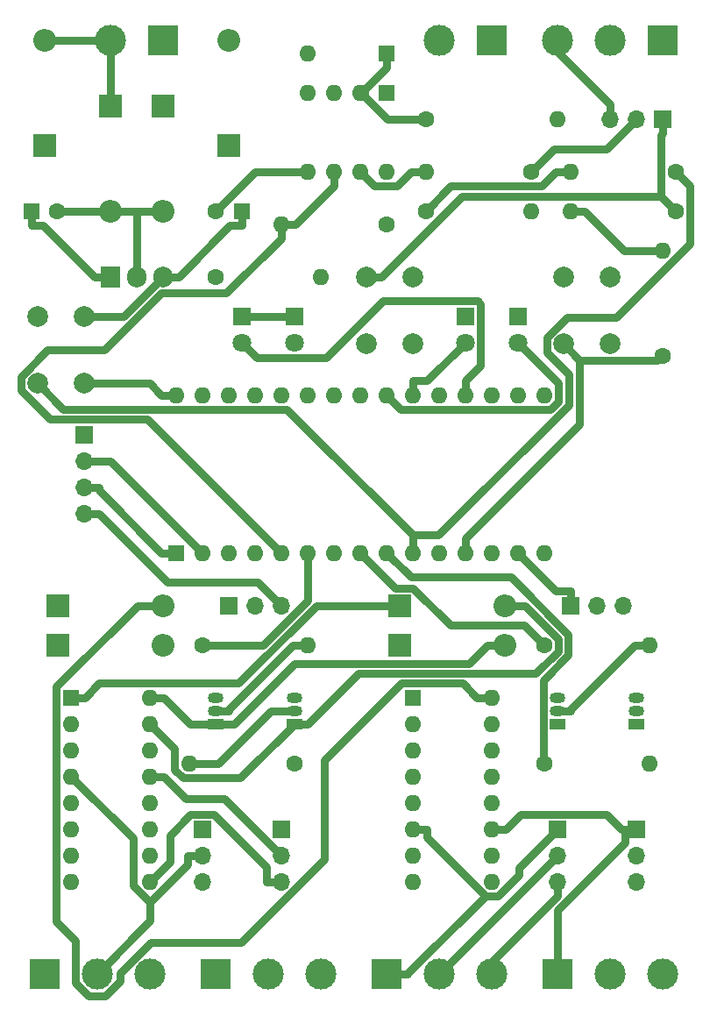
<source format=gbr>
%TF.GenerationSoftware,KiCad,Pcbnew,(6.0.6)*%
%TF.CreationDate,2023-08-03T10:39:42+02:00*%
%TF.ProjectId,SM01,534d3031-2e6b-4696-9361-645f70636258,1.2*%
%TF.SameCoordinates,Original*%
%TF.FileFunction,Copper,L2,Bot*%
%TF.FilePolarity,Positive*%
%FSLAX46Y46*%
G04 Gerber Fmt 4.6, Leading zero omitted, Abs format (unit mm)*
G04 Created by KiCad (PCBNEW (6.0.6)) date 2023-08-03 10:39:42*
%MOMM*%
%LPD*%
G01*
G04 APERTURE LIST*
%TA.AperFunction,ComponentPad*%
%ADD10R,1.600000X1.600000*%
%TD*%
%TA.AperFunction,ComponentPad*%
%ADD11O,1.600000X1.600000*%
%TD*%
%TA.AperFunction,ComponentPad*%
%ADD12C,1.600000*%
%TD*%
%TA.AperFunction,ComponentPad*%
%ADD13R,2.200000X2.200000*%
%TD*%
%TA.AperFunction,ComponentPad*%
%ADD14O,2.200000X2.200000*%
%TD*%
%TA.AperFunction,ComponentPad*%
%ADD15R,3.000000X3.000000*%
%TD*%
%TA.AperFunction,ComponentPad*%
%ADD16C,3.000000*%
%TD*%
%TA.AperFunction,ComponentPad*%
%ADD17R,1.500000X1.050000*%
%TD*%
%TA.AperFunction,ComponentPad*%
%ADD18O,1.500000X1.050000*%
%TD*%
%TA.AperFunction,ComponentPad*%
%ADD19C,2.000000*%
%TD*%
%TA.AperFunction,ComponentPad*%
%ADD20R,1.905000X2.000000*%
%TD*%
%TA.AperFunction,ComponentPad*%
%ADD21O,1.905000X2.000000*%
%TD*%
%TA.AperFunction,ComponentPad*%
%ADD22R,1.700000X1.700000*%
%TD*%
%TA.AperFunction,ComponentPad*%
%ADD23O,1.700000X1.700000*%
%TD*%
%TA.AperFunction,ComponentPad*%
%ADD24R,1.800000X1.800000*%
%TD*%
%TA.AperFunction,ComponentPad*%
%ADD25C,1.800000*%
%TD*%
%TA.AperFunction,Conductor*%
%ADD26C,0.750000*%
%TD*%
G04 APERTURE END LIST*
D10*
%TO.P,A1,1,D1/TX*%
%TO.N,Net-(A1-Pad1)*%
X30480000Y-71120000D03*
D11*
%TO.P,A1,2,D0/RX*%
%TO.N,Net-(A1-Pad2)*%
X33020000Y-71120000D03*
%TO.P,A1,3,~{RESET}*%
%TO.N,unconnected-(A1-Pad3)*%
X35560000Y-71120000D03*
%TO.P,A1,4,GND*%
%TO.N,unconnected-(A1-Pad4)*%
X38100000Y-71120000D03*
%TO.P,A1,5,D2*%
%TO.N,DCC*%
X40640000Y-71120000D03*
%TO.P,A1,6,D3*%
%TO.N,SET_A*%
X43180000Y-71120000D03*
%TO.P,A1,7,D4*%
%TO.N,RESET_A*%
X45720000Y-71120000D03*
%TO.P,A1,8,D5*%
%TO.N,SET_B*%
X48260000Y-71120000D03*
%TO.P,A1,9,D6*%
%TO.N,RESET_B*%
X50800000Y-71120000D03*
%TO.P,A1,10,D7*%
%TO.N,SW_MODE*%
X53340000Y-71120000D03*
%TO.P,A1,11,D8*%
%TO.N,SW_POS_A*%
X55880000Y-71120000D03*
%TO.P,A1,12,D9*%
%TO.N,SW_POS_B*%
X58420000Y-71120000D03*
%TO.P,A1,13,D10*%
%TO.N,Net-(A1-Pad13)*%
X60960000Y-71120000D03*
%TO.P,A1,14,D11*%
%TO.N,Net-(A1-Pad14)*%
X63500000Y-71120000D03*
%TO.P,A1,15,D12*%
%TO.N,unconnected-(A1-Pad15)*%
X66040000Y-71120000D03*
%TO.P,A1,16,D13*%
%TO.N,unconnected-(A1-Pad16)*%
X66040000Y-55880000D03*
%TO.P,A1,17,3V3*%
%TO.N,unconnected-(A1-Pad17)*%
X63500000Y-55880000D03*
%TO.P,A1,18,AREF*%
%TO.N,unconnected-(A1-Pad18)*%
X60960000Y-55880000D03*
%TO.P,A1,19,A0*%
%TO.N,Net-(A1-Pad19)*%
X58420000Y-55880000D03*
%TO.P,A1,20,A1*%
%TO.N,Net-(A1-Pad20)*%
X55880000Y-55880000D03*
%TO.P,A1,21,A2*%
%TO.N,Net-(A1-Pad21)*%
X53340000Y-55880000D03*
%TO.P,A1,22,A3*%
%TO.N,Net-(A1-Pad22)*%
X50800000Y-55880000D03*
%TO.P,A1,23,A4*%
%TO.N,unconnected-(A1-Pad23)*%
X48260000Y-55880000D03*
%TO.P,A1,24,A5*%
%TO.N,unconnected-(A1-Pad24)*%
X45720000Y-55880000D03*
%TO.P,A1,25,A6*%
%TO.N,unconnected-(A1-Pad25)*%
X43180000Y-55880000D03*
%TO.P,A1,26,A7*%
%TO.N,unconnected-(A1-Pad26)*%
X40640000Y-55880000D03*
%TO.P,A1,27,+5V*%
%TO.N,unconnected-(A1-Pad27)*%
X38100000Y-55880000D03*
%TO.P,A1,28,~{RESET}*%
%TO.N,unconnected-(A1-Pad28)*%
X35560000Y-55880000D03*
%TO.P,A1,29,GND*%
%TO.N,GND*%
X33020000Y-55880000D03*
%TO.P,A1,30,VIN*%
%TO.N,+5V*%
X30480000Y-55880000D03*
%TD*%
D10*
%TO.P,C1,1*%
%TO.N,VCC*%
X16510000Y-38100000D03*
D12*
%TO.P,C1,2*%
%TO.N,GND*%
X19010000Y-38100000D03*
%TD*%
D10*
%TO.P,C2,1*%
%TO.N,+5V*%
X36830000Y-38100000D03*
D12*
%TO.P,C2,2*%
%TO.N,GND*%
X34330000Y-38100000D03*
%TD*%
D13*
%TO.P,D1,1,K*%
%TO.N,VCC*%
X35560000Y-31750000D03*
D14*
%TO.P,D1,2,A*%
%TO.N,Net-(D1-Pad2)*%
X35560000Y-21590000D03*
%TD*%
D13*
%TO.P,D2,1,K*%
%TO.N,Net-(D1-Pad2)*%
X29210000Y-27940000D03*
D14*
%TO.P,D2,2,A*%
%TO.N,GND*%
X29210000Y-38100000D03*
%TD*%
D13*
%TO.P,D3,1,K*%
%TO.N,VCC*%
X17780000Y-31750000D03*
D14*
%TO.P,D3,2,A*%
%TO.N,Net-(D3-Pad2)*%
X17780000Y-21590000D03*
%TD*%
D13*
%TO.P,D4,1,K*%
%TO.N,Net-(D3-Pad2)*%
X24130000Y-27940000D03*
D14*
%TO.P,D4,2,A*%
%TO.N,GND*%
X24130000Y-38100000D03*
%TD*%
D13*
%TO.P,D10,1,K*%
%TO.N,VCC*%
X52070000Y-80010000D03*
D14*
%TO.P,D10,2,A*%
%TO.N,Net-(D10-Pad2)*%
X62230000Y-80010000D03*
%TD*%
D13*
%TO.P,D11,1,K*%
%TO.N,VCC*%
X52070000Y-76200000D03*
D14*
%TO.P,D11,2,A*%
%TO.N,Net-(D11-Pad2)*%
X62230000Y-76200000D03*
%TD*%
D15*
%TO.P,J1,1,Pin_1*%
%TO.N,Net-(J1-Pad1)*%
X60960000Y-21590000D03*
D16*
%TO.P,J1,2,Pin_2*%
%TO.N,Net-(D5-Pad2)*%
X55880000Y-21590000D03*
%TD*%
D15*
%TO.P,J2,1,Pin_1*%
%TO.N,Net-(D1-Pad2)*%
X29210000Y-21590000D03*
D16*
%TO.P,J2,2,Pin_2*%
%TO.N,Net-(D3-Pad2)*%
X24130000Y-21590000D03*
%TD*%
D15*
%TO.P,J3,1,Pin_1*%
%TO.N,SW_POS_A*%
X77470000Y-21590000D03*
D16*
%TO.P,J3,2,Pin_2*%
%TO.N,+5V*%
X72390000Y-21590000D03*
%TO.P,J3,3,Pin_3*%
%TO.N,SW_POS_B*%
X67310000Y-21590000D03*
%TD*%
D15*
%TO.P,J8,1,Pin_1*%
%TO.N,Net-(J12-Pad1)*%
X17780000Y-111760000D03*
D16*
%TO.P,J8,2,Pin_2*%
%TO.N,Net-(J12-Pad2)*%
X22860000Y-111760000D03*
%TO.P,J8,3,Pin_3*%
%TO.N,Net-(J12-Pad3)*%
X27940000Y-111760000D03*
%TD*%
D15*
%TO.P,J9,1,Pin_1*%
%TO.N,Net-(J13-Pad1)*%
X34290000Y-111760000D03*
D16*
%TO.P,J9,2,Pin_2*%
%TO.N,Net-(J13-Pad2)*%
X39370000Y-111760000D03*
%TO.P,J9,3,Pin_3*%
%TO.N,Net-(J13-Pad3)*%
X44450000Y-111760000D03*
%TD*%
D15*
%TO.P,J10,1,Pin_1*%
%TO.N,Net-(J10-Pad1)*%
X50800000Y-111760000D03*
D16*
%TO.P,J10,2,Pin_2*%
%TO.N,Net-(J10-Pad2)*%
X55880000Y-111760000D03*
%TO.P,J10,3,Pin_3*%
%TO.N,Net-(J10-Pad3)*%
X60960000Y-111760000D03*
%TD*%
D15*
%TO.P,J11,1,Pin_1*%
%TO.N,Net-(J11-Pad1)*%
X67310000Y-111760000D03*
D16*
%TO.P,J11,2,Pin_2*%
%TO.N,Net-(J11-Pad2)*%
X72390000Y-111760000D03*
%TO.P,J11,3,Pin_3*%
%TO.N,Net-(J11-Pad3)*%
X77470000Y-111760000D03*
%TD*%
D10*
%TO.P,K1,1*%
%TO.N,VCC*%
X20320000Y-85090000D03*
D11*
%TO.P,K1,2*%
X20320000Y-87630000D03*
%TO.P,K1,3*%
%TO.N,N/C*%
X20320000Y-90170000D03*
%TO.P,K1,4*%
%TO.N,Net-(J12-Pad2)*%
X20320000Y-92710000D03*
%TO.P,K1,5*%
%TO.N,N/C*%
X20320000Y-95250000D03*
%TO.P,K1,6*%
%TO.N,Net-(J12-Pad1)*%
X20320000Y-97790000D03*
%TO.P,K1,7*%
%TO.N,N/C*%
X20320000Y-100330000D03*
%TO.P,K1,8*%
%TO.N,Net-(J12-Pad3)*%
X20320000Y-102870000D03*
%TO.P,K1,9*%
%TO.N,Net-(J13-Pad3)*%
X27940000Y-102870000D03*
%TO.P,K1,10*%
%TO.N,N/C*%
X27940000Y-100330000D03*
%TO.P,K1,11*%
%TO.N,Net-(J13-Pad1)*%
X27940000Y-97790000D03*
%TO.P,K1,12*%
%TO.N,N/C*%
X27940000Y-95250000D03*
%TO.P,K1,13*%
%TO.N,Net-(J13-Pad2)*%
X27940000Y-92710000D03*
%TO.P,K1,14*%
%TO.N,N/C*%
X27940000Y-90170000D03*
%TO.P,K1,15*%
%TO.N,Net-(D11-Pad2)*%
X27940000Y-87630000D03*
%TO.P,K1,16*%
%TO.N,Net-(D10-Pad2)*%
X27940000Y-85090000D03*
%TD*%
D10*
%TO.P,K2,1*%
%TO.N,VCC*%
X53340000Y-85090000D03*
D11*
%TO.P,K2,2*%
X53340000Y-87630000D03*
%TO.P,K2,3*%
%TO.N,N/C*%
X53340000Y-90170000D03*
%TO.P,K2,4*%
%TO.N,Net-(J10-Pad2)*%
X53340000Y-92710000D03*
%TO.P,K2,5*%
%TO.N,N/C*%
X53340000Y-95250000D03*
%TO.P,K2,6*%
%TO.N,Net-(J10-Pad1)*%
X53340000Y-97790000D03*
%TO.P,K2,7*%
%TO.N,N/C*%
X53340000Y-100330000D03*
%TO.P,K2,8*%
%TO.N,Net-(J10-Pad3)*%
X53340000Y-102870000D03*
%TO.P,K2,9*%
%TO.N,Net-(J11-Pad3)*%
X60960000Y-102870000D03*
%TO.P,K2,10*%
%TO.N,N/C*%
X60960000Y-100330000D03*
%TO.P,K2,11*%
%TO.N,Net-(J11-Pad1)*%
X60960000Y-97790000D03*
%TO.P,K2,12*%
%TO.N,N/C*%
X60960000Y-95250000D03*
%TO.P,K2,13*%
%TO.N,Net-(J11-Pad2)*%
X60960000Y-92710000D03*
%TO.P,K2,14*%
%TO.N,N/C*%
X60960000Y-90170000D03*
%TO.P,K2,15*%
%TO.N,Net-(D13-Pad2)*%
X60960000Y-87630000D03*
%TO.P,K2,16*%
%TO.N,Net-(D12-Pad2)*%
X60960000Y-85090000D03*
%TD*%
D17*
%TO.P,Q4,1,C*%
%TO.N,Net-(D13-Pad2)*%
X74930000Y-87630000D03*
D18*
%TO.P,Q4,2,B*%
%TO.N,Net-(Q4-Pad2)*%
X74930000Y-86360000D03*
%TO.P,Q4,3,E*%
%TO.N,GND*%
X74930000Y-85090000D03*
%TD*%
D12*
%TO.P,R1,1*%
%TO.N,Net-(D5-Pad1)*%
X54610000Y-29210000D03*
D11*
%TO.P,R1,2*%
%TO.N,Net-(J1-Pad1)*%
X67310000Y-29210000D03*
%TD*%
D12*
%TO.P,R2,1*%
%TO.N,SW_MODE*%
X78740000Y-34290000D03*
D11*
%TO.P,R2,2*%
%TO.N,GND*%
X68580000Y-34290000D03*
%TD*%
D12*
%TO.P,R3,1*%
%TO.N,SW_POS_A*%
X78740000Y-38100000D03*
D11*
%TO.P,R3,2*%
%TO.N,GND*%
X68580000Y-38100000D03*
%TD*%
D12*
%TO.P,R4,1*%
%TO.N,SW_POS_B*%
X77470000Y-52070000D03*
D11*
%TO.P,R4,2*%
%TO.N,GND*%
X77470000Y-41910000D03*
%TD*%
D12*
%TO.P,R5,1*%
%TO.N,+5V*%
X64770000Y-34290000D03*
D11*
%TO.P,R5,2*%
%TO.N,Net-(R5-Pad2)*%
X54610000Y-34290000D03*
%TD*%
D12*
%TO.P,R6,1*%
%TO.N,+5V*%
X50800000Y-39370000D03*
D11*
%TO.P,R6,2*%
%TO.N,DCC*%
X40640000Y-39370000D03*
%TD*%
D12*
%TO.P,R7,1*%
%TO.N,GND*%
X34290000Y-44450000D03*
D11*
%TO.P,R7,2*%
%TO.N,Net-(D6-Pad1)*%
X44450000Y-44450000D03*
%TD*%
D12*
%TO.P,R8,1*%
%TO.N,GND*%
X54610000Y-38100000D03*
D11*
%TO.P,R8,2*%
%TO.N,Net-(D8-Pad1)*%
X64770000Y-38100000D03*
%TD*%
D12*
%TO.P,R9,1*%
%TO.N,SET_A*%
X33020000Y-80010000D03*
D11*
%TO.P,R9,2*%
%TO.N,Net-(Q1-Pad2)*%
X43180000Y-80010000D03*
%TD*%
D12*
%TO.P,R10,1*%
%TO.N,RESET_A*%
X41910000Y-91440000D03*
D11*
%TO.P,R10,2*%
%TO.N,Net-(Q2-Pad2)*%
X31750000Y-91440000D03*
%TD*%
D12*
%TO.P,R12,1*%
%TO.N,RESET_B*%
X66040000Y-91440000D03*
D11*
%TO.P,R12,2*%
%TO.N,Net-(Q4-Pad2)*%
X76200000Y-91440000D03*
%TD*%
D19*
%TO.P,SW1,1,1*%
%TO.N,+5V*%
X21590000Y-48260000D03*
X21590000Y-54760000D03*
%TO.P,SW1,2,2*%
%TO.N,SW_MODE*%
X17090000Y-54760000D03*
X17090000Y-48260000D03*
%TD*%
%TO.P,SW2,1,1*%
%TO.N,+5V*%
X53340000Y-50950000D03*
X53340000Y-44450000D03*
%TO.P,SW2,2,2*%
%TO.N,SW_POS_A*%
X48840000Y-44450000D03*
X48840000Y-50950000D03*
%TD*%
%TO.P,SW3,1,1*%
%TO.N,+5V*%
X72390000Y-50950000D03*
X72390000Y-44450000D03*
%TO.P,SW3,2,2*%
%TO.N,SW_POS_B*%
X67890000Y-44450000D03*
X67890000Y-50950000D03*
%TD*%
D10*
%TO.P,U1,1,NC*%
%TO.N,unconnected-(U1-Pad1)*%
X50800000Y-26670000D03*
D11*
%TO.P,U1,2,A*%
%TO.N,Net-(D5-Pad1)*%
X48260000Y-26670000D03*
%TO.P,U1,3,C*%
%TO.N,Net-(D5-Pad2)*%
X45720000Y-26670000D03*
%TO.P,U1,4*%
%TO.N,N/C*%
X43180000Y-26670000D03*
%TO.P,U1,5,GND*%
%TO.N,GND*%
X43180000Y-34290000D03*
%TO.P,U1,6,VO*%
%TO.N,DCC*%
X45720000Y-34290000D03*
%TO.P,U1,7,EN*%
%TO.N,Net-(R5-Pad2)*%
X48260000Y-34290000D03*
%TO.P,U1,8,VCC*%
%TO.N,+5V*%
X50800000Y-34290000D03*
%TD*%
D20*
%TO.P,U2,1,VI*%
%TO.N,VCC*%
X24130000Y-44450000D03*
D21*
%TO.P,U2,2,GND*%
%TO.N,GND*%
X26670000Y-44450000D03*
%TO.P,U2,3,VO*%
%TO.N,+5V*%
X29210000Y-44450000D03*
%TD*%
D22*
%TO.P,J5,1,Pin_1*%
%TO.N,VCC*%
X21590000Y-59690000D03*
D23*
%TO.P,J5,2,Pin_2*%
%TO.N,Net-(A1-Pad2)*%
X21590000Y-62230000D03*
%TO.P,J5,3,Pin_3*%
%TO.N,Net-(A1-Pad1)*%
X21590000Y-64770000D03*
%TO.P,J5,4,Pin_4*%
%TO.N,GND*%
X21590000Y-67310000D03*
%TD*%
D18*
%TO.P,Q1,3,E*%
%TO.N,GND*%
X34290000Y-85090000D03*
%TO.P,Q1,2,B*%
%TO.N,Net-(Q1-Pad2)*%
X34290000Y-86360000D03*
D17*
%TO.P,Q1,1,C*%
%TO.N,Net-(D10-Pad2)*%
X34290000Y-87630000D03*
%TD*%
%TO.P,Q3,1,C*%
%TO.N,Net-(D12-Pad2)*%
X67310000Y-87630000D03*
D18*
%TO.P,Q3,2,B*%
%TO.N,Net-(Q3-Pad2)*%
X67310000Y-86360000D03*
%TO.P,Q3,3,E*%
%TO.N,GND*%
X67310000Y-85090000D03*
%TD*%
D17*
%TO.P,Q2,1,C*%
%TO.N,Net-(D11-Pad2)*%
X41910000Y-87630000D03*
D18*
%TO.P,Q2,2,B*%
%TO.N,Net-(Q2-Pad2)*%
X41910000Y-86360000D03*
%TO.P,Q2,3,E*%
%TO.N,GND*%
X41910000Y-85090000D03*
%TD*%
D10*
%TO.P,D5,1,K*%
%TO.N,Net-(D5-Pad1)*%
X50800000Y-22860000D03*
D11*
%TO.P,D5,2,A*%
%TO.N,Net-(D5-Pad2)*%
X43180000Y-22860000D03*
%TD*%
D23*
%TO.P,J6,3,Pin_3*%
%TO.N,GND*%
X40640000Y-76200000D03*
%TO.P,J6,2,Pin_2*%
%TO.N,+5V*%
X38100000Y-76200000D03*
D22*
%TO.P,J6,1,Pin_1*%
%TO.N,Net-(A1-Pad13)*%
X35560000Y-76200000D03*
%TD*%
%TO.P,J7,1,Pin_1*%
%TO.N,Net-(A1-Pad14)*%
X68580000Y-76200000D03*
D23*
%TO.P,J7,2,Pin_2*%
%TO.N,+5V*%
X71120000Y-76200000D03*
%TO.P,J7,3,Pin_3*%
%TO.N,GND*%
X73660000Y-76200000D03*
%TD*%
D12*
%TO.P,R11,1*%
%TO.N,SET_B*%
X66040000Y-80010000D03*
D11*
%TO.P,R11,2*%
%TO.N,Net-(Q3-Pad2)*%
X76200000Y-80010000D03*
%TD*%
D22*
%TO.P,J4,1,Pin_1*%
%TO.N,SW_POS_A*%
X77470000Y-29210000D03*
D23*
%TO.P,J4,2,Pin_2*%
%TO.N,+5V*%
X74930000Y-29210000D03*
%TO.P,J4,3,Pin_3*%
%TO.N,SW_POS_B*%
X72390000Y-29210000D03*
%TD*%
D22*
%TO.P,J12,1,Pin_1*%
%TO.N,Net-(J12-Pad1)*%
X33020000Y-97790000D03*
D23*
%TO.P,J12,2,Pin_2*%
%TO.N,Net-(J12-Pad2)*%
X33020000Y-100330000D03*
%TO.P,J12,3,Pin_3*%
%TO.N,Net-(J12-Pad3)*%
X33020000Y-102870000D03*
%TD*%
D22*
%TO.P,J13,1,Pin_1*%
%TO.N,Net-(J13-Pad1)*%
X40640000Y-97790000D03*
D23*
%TO.P,J13,2,Pin_2*%
%TO.N,Net-(J13-Pad2)*%
X40640000Y-100330000D03*
%TO.P,J13,3,Pin_3*%
%TO.N,Net-(J13-Pad3)*%
X40640000Y-102870000D03*
%TD*%
D22*
%TO.P,J14,1,Pin_1*%
%TO.N,Net-(J10-Pad1)*%
X67310000Y-97790000D03*
D23*
%TO.P,J14,2,Pin_2*%
%TO.N,Net-(J10-Pad2)*%
X67310000Y-100330000D03*
%TO.P,J14,3,Pin_3*%
%TO.N,Net-(J10-Pad3)*%
X67310000Y-102870000D03*
%TD*%
D22*
%TO.P,J15,1,Pin_1*%
%TO.N,Net-(J11-Pad1)*%
X74930000Y-97790000D03*
D23*
%TO.P,J15,2,Pin_2*%
%TO.N,Net-(J11-Pad2)*%
X74930000Y-100330000D03*
%TO.P,J15,3,Pin_3*%
%TO.N,Net-(J11-Pad3)*%
X74930000Y-102870000D03*
%TD*%
D24*
%TO.P,D6,1,K*%
%TO.N,Net-(D6-Pad1)*%
X36830000Y-48260000D03*
D25*
%TO.P,D6,2,A*%
%TO.N,Net-(A1-Pad19)*%
X36830000Y-50800000D03*
%TD*%
D24*
%TO.P,D7,1,K*%
%TO.N,Net-(D6-Pad1)*%
X41910000Y-48260000D03*
D25*
%TO.P,D7,2,A*%
%TO.N,Net-(A1-Pad20)*%
X41910000Y-50800000D03*
%TD*%
D24*
%TO.P,D8,1,K*%
%TO.N,Net-(D8-Pad1)*%
X58420000Y-48260000D03*
D25*
%TO.P,D8,2,A*%
%TO.N,Net-(A1-Pad21)*%
X58420000Y-50800000D03*
%TD*%
D24*
%TO.P,D9,1,K*%
%TO.N,Net-(D8-Pad1)*%
X63500000Y-48260000D03*
D25*
%TO.P,D9,2,A*%
%TO.N,Net-(A1-Pad22)*%
X63500000Y-50800000D03*
%TD*%
D13*
%TO.P,D12,1,K*%
%TO.N,VCC*%
X19050000Y-76200000D03*
D14*
%TO.P,D12,2,A*%
%TO.N,Net-(D12-Pad2)*%
X29210000Y-76200000D03*
%TD*%
D13*
%TO.P,D13,1,K*%
%TO.N,VCC*%
X19050000Y-80010000D03*
D14*
%TO.P,D13,2,A*%
%TO.N,Net-(D13-Pad2)*%
X29210000Y-80010000D03*
%TD*%
D26*
%TO.N,Net-(A1-Pad1)*%
X23015300Y-64770000D02*
X23015300Y-65030600D01*
X21590000Y-64770000D02*
X23015300Y-64770000D01*
X30480000Y-71120000D02*
X29104700Y-71120000D01*
X23015300Y-65030600D02*
X29104700Y-71120000D01*
%TO.N,Net-(A1-Pad2)*%
X24130000Y-62230000D02*
X33020000Y-71120000D01*
X21590000Y-62230000D02*
X24130000Y-62230000D01*
%TO.N,Net-(A1-Pad19)*%
X38310400Y-52280400D02*
X45022500Y-52280400D01*
X59919900Y-53004800D02*
X58420000Y-54504700D01*
X58420000Y-55880000D02*
X58420000Y-54504700D01*
X36830000Y-50800000D02*
X38310400Y-52280400D01*
X45022500Y-52280400D02*
X50518300Y-46784600D01*
X59619200Y-46784600D02*
X59919900Y-47085300D01*
X50518300Y-46784600D02*
X59619200Y-46784600D01*
X59919900Y-47085300D02*
X59919900Y-53004800D01*
%TO.N,DCC*%
X45720000Y-35665300D02*
X42015300Y-39370000D01*
X40640000Y-40745300D02*
X35359900Y-46025400D01*
X40640000Y-39370000D02*
X40640000Y-40745300D01*
X40640000Y-39370000D02*
X42015300Y-39370000D01*
X18308000Y-58223100D02*
X27743100Y-58223100D01*
X15499100Y-55414200D02*
X18308000Y-58223100D01*
X23589600Y-51510000D02*
X18101700Y-51510000D01*
X18101700Y-51510000D02*
X15499100Y-54112600D01*
X45720000Y-34290000D02*
X45720000Y-35665300D01*
X35359900Y-46025400D02*
X29074200Y-46025400D01*
X29074200Y-46025400D02*
X23589600Y-51510000D01*
X27743100Y-58223100D02*
X40640000Y-71120000D01*
X15499100Y-54112600D02*
X15499100Y-55414200D01*
%TO.N,Net-(A1-Pad21)*%
X58420000Y-50800000D02*
X54715300Y-54504700D01*
X54715300Y-54504700D02*
X53340000Y-54504700D01*
X53340000Y-55880000D02*
X53340000Y-54504700D01*
%TO.N,SET_A*%
X33020000Y-80010000D02*
X38861200Y-80010000D01*
X43180000Y-75691200D02*
X43180000Y-71120000D01*
X38861200Y-80010000D02*
X43180000Y-75691200D01*
%TO.N,Net-(A1-Pad22)*%
X67429400Y-54729400D02*
X67429400Y-56478800D01*
X52192700Y-57272700D02*
X50800000Y-55880000D01*
X67429400Y-56478800D02*
X66635500Y-57272700D01*
X63500000Y-50800000D02*
X67429400Y-54729400D01*
X66635500Y-57272700D02*
X52192700Y-57272700D01*
%TO.N,SET_B*%
X51664600Y-74524600D02*
X48260000Y-71120000D01*
X64146000Y-78116000D02*
X56999600Y-78116000D01*
X66040000Y-80010000D02*
X64146000Y-78116000D01*
X53408200Y-74524600D02*
X51664600Y-74524600D01*
X56999600Y-78116000D02*
X53408200Y-74524600D01*
%TO.N,SW_MODE*%
X53340000Y-69400400D02*
X55851700Y-69400400D01*
X66308900Y-50283300D02*
X68245300Y-48346900D01*
X53340000Y-69400400D02*
X53340000Y-69744700D01*
X53340000Y-71120000D02*
X53340000Y-69744700D01*
X41212400Y-57272800D02*
X19602800Y-57272800D01*
X19602800Y-57272800D02*
X17090000Y-54760000D01*
X68245300Y-48346900D02*
X73030800Y-48346900D01*
X55851700Y-69400400D02*
X68432900Y-56819200D01*
X80115800Y-35665800D02*
X78740000Y-34290000D01*
X80115800Y-41261900D02*
X80115800Y-35665800D01*
X68432900Y-56819200D02*
X68432900Y-53917900D01*
X66308900Y-51793900D02*
X66308900Y-50283300D01*
X73030800Y-48346900D02*
X80115800Y-41261900D01*
X68432900Y-53917900D02*
X66308900Y-51793900D01*
X53340000Y-69400400D02*
X41212400Y-57272800D01*
%TO.N,RESET_B*%
X65956500Y-83405000D02*
X68372100Y-80989400D01*
X68372100Y-79011300D02*
X62841300Y-73480500D01*
X53160500Y-73480500D02*
X50800000Y-71120000D01*
X66040000Y-91440000D02*
X65956500Y-91356500D01*
X65956500Y-91356500D02*
X65956500Y-83405000D01*
X62841300Y-73480500D02*
X53160500Y-73480500D01*
X68372100Y-80989400D02*
X68372100Y-79011300D01*
%TO.N,SW_POS_A*%
X77324000Y-30781300D02*
X77470000Y-30635300D01*
X50358000Y-44450000D02*
X48840000Y-44450000D01*
X58124000Y-36684000D02*
X50358000Y-44450000D01*
X77324000Y-36684000D02*
X77324000Y-30781300D01*
X78740000Y-38100000D02*
X77324000Y-36684000D01*
X77324000Y-36684000D02*
X58124000Y-36684000D01*
X77470000Y-29210000D02*
X77470000Y-30635300D01*
%TO.N,SW_POS_B*%
X77011400Y-52528600D02*
X77470000Y-52070000D01*
X72390000Y-27784700D02*
X67310000Y-22704700D01*
X58420000Y-71120000D02*
X58420000Y-69744700D01*
X69468600Y-58696100D02*
X58420000Y-69744700D01*
X69468600Y-52528600D02*
X77011400Y-52528600D01*
X67890000Y-50950000D02*
X69468600Y-52528600D01*
X67310000Y-22704700D02*
X67310000Y-21590000D01*
X72390000Y-29210000D02*
X72390000Y-27784700D01*
X69468600Y-52528600D02*
X69468600Y-58696100D01*
%TO.N,GND*%
X38140000Y-34290000D02*
X43180000Y-34290000D01*
X65801600Y-35693100D02*
X57016900Y-35693100D01*
X73765300Y-41910000D02*
X69955300Y-38100000D01*
X24130000Y-38100000D02*
X19010000Y-38100000D01*
X67204700Y-34290000D02*
X65801600Y-35693100D01*
X29210000Y-38100000D02*
X26670000Y-38100000D01*
X68580000Y-38100000D02*
X69955300Y-38100000D01*
X23015300Y-67310000D02*
X29652000Y-73946700D01*
X26670000Y-38100000D02*
X24130000Y-38100000D01*
X21590000Y-67310000D02*
X23015300Y-67310000D01*
X77470000Y-41910000D02*
X73765300Y-41910000D01*
X38386700Y-73946700D02*
X40640000Y-76200000D01*
X34330000Y-38100000D02*
X38140000Y-34290000D01*
X57016900Y-35693100D02*
X54610000Y-38100000D01*
X26670000Y-38100000D02*
X26670000Y-44450000D01*
X68580000Y-34290000D02*
X67204700Y-34290000D01*
X29652000Y-73946700D02*
X38386700Y-73946700D01*
%TO.N,Net-(A1-Pad14)*%
X68580000Y-76200000D02*
X68580000Y-74774700D01*
X68580000Y-74774700D02*
X67154700Y-74774700D01*
X67154700Y-74774700D02*
X63500000Y-71120000D01*
%TO.N,+5V*%
X27984700Y-54760000D02*
X29104700Y-55880000D01*
X25400000Y-48260000D02*
X29210000Y-44450000D01*
X74930000Y-29210000D02*
X72053900Y-32086100D01*
X36830000Y-38100000D02*
X36830000Y-39475300D01*
X30480000Y-55880000D02*
X29104700Y-55880000D01*
X21590000Y-48260000D02*
X25400000Y-48260000D01*
X21590000Y-54760000D02*
X27984700Y-54760000D01*
X66973900Y-32086100D02*
X64770000Y-34290000D01*
X29210000Y-44450000D02*
X30737800Y-44450000D01*
X72053900Y-32086100D02*
X66973900Y-32086100D01*
X30737800Y-44450000D02*
X35712500Y-39475300D01*
X35712500Y-39475300D02*
X36830000Y-39475300D01*
%TO.N,VCC*%
X20320000Y-85090000D02*
X21695300Y-85090000D01*
X16510000Y-38100000D02*
X16510000Y-39475300D01*
X22602200Y-44450000D02*
X17627500Y-39475300D01*
X23070600Y-83714700D02*
X36515900Y-83714700D01*
X44030600Y-76200000D02*
X52070000Y-76200000D01*
X24130000Y-44450000D02*
X22602200Y-44450000D01*
X17627500Y-39475300D02*
X16510000Y-39475300D01*
X36515900Y-83714700D02*
X44030600Y-76200000D01*
X21695300Y-85090000D02*
X23070600Y-83714700D01*
%TO.N,Net-(D3-Pad2)*%
X24130000Y-27940000D02*
X24130000Y-26264700D01*
X24130000Y-21590000D02*
X24130000Y-26264700D01*
X24130000Y-21590000D02*
X17780000Y-21590000D01*
%TO.N,Net-(D5-Pad1)*%
X48710100Y-26325200D02*
X48710100Y-26670000D01*
X48710100Y-27047600D02*
X50872500Y-29210000D01*
X50800000Y-24235300D02*
X48710100Y-26325200D01*
X48710100Y-26670000D02*
X48710100Y-27047600D01*
X48710100Y-26670000D02*
X48260000Y-26670000D01*
X50800000Y-22860000D02*
X50800000Y-24235300D01*
X50872500Y-29210000D02*
X54610000Y-29210000D01*
%TO.N,Net-(D10-Pad2)*%
X31855300Y-87630000D02*
X34290000Y-87630000D01*
X34290000Y-87630000D02*
X36083500Y-87630000D01*
X36083500Y-87630000D02*
X41905700Y-81807800D01*
X58756900Y-81807800D02*
X60554700Y-80010000D01*
X41905700Y-81807800D02*
X58756900Y-81807800D01*
X27940000Y-85090000D02*
X29315300Y-85090000D01*
X62230000Y-80010000D02*
X60554700Y-80010000D01*
X29315300Y-85090000D02*
X31855300Y-87630000D01*
%TO.N,Net-(D11-Pad2)*%
X30371300Y-92059000D02*
X30371300Y-90061300D01*
X41910000Y-87630000D02*
X41910000Y-87630100D01*
X65256200Y-82761400D02*
X67421800Y-80595800D01*
X67421800Y-80595800D02*
X67421800Y-79445000D01*
X48103900Y-82761400D02*
X65256200Y-82761400D01*
X30371300Y-90061300D02*
X27940000Y-87630000D01*
X64176800Y-76200000D02*
X62230000Y-76200000D01*
X41910000Y-87630100D02*
X36674800Y-92865300D01*
X31177600Y-92865300D02*
X30371300Y-92059000D01*
X41910000Y-87630000D02*
X43235300Y-87630000D01*
X67421800Y-79445000D02*
X64176800Y-76200000D01*
X36674800Y-92865300D02*
X31177600Y-92865300D01*
X43235300Y-87630000D02*
X48103900Y-82761400D01*
%TO.N,Net-(J10-Pad3)*%
X67310000Y-104295300D02*
X60960000Y-110645300D01*
X67310000Y-102870000D02*
X67310000Y-104295300D01*
X60960000Y-110645300D02*
X60960000Y-111760000D01*
%TO.N,Net-(J10-Pad2)*%
X67310000Y-100330000D02*
X55880000Y-111760000D01*
%TO.N,Net-(J10-Pad1)*%
X52875300Y-111749600D02*
X52875300Y-111760000D01*
X50800000Y-111760000D02*
X52875300Y-111760000D01*
X60379500Y-104245400D02*
X54715300Y-98581200D01*
X54715300Y-98581200D02*
X54715300Y-97790000D01*
X61602000Y-104245400D02*
X60379500Y-104245400D01*
X60379500Y-104245400D02*
X52875300Y-111749600D01*
X53340000Y-97790000D02*
X54715300Y-97790000D01*
X67310000Y-97790000D02*
X63590400Y-101509600D01*
X63590400Y-101509600D02*
X63590400Y-102257000D01*
X63590400Y-102257000D02*
X61602000Y-104245400D01*
%TO.N,Net-(Q1-Pad2)*%
X43180000Y-80010000D02*
X41804700Y-80010000D01*
X35615300Y-86199400D02*
X35615300Y-86360000D01*
X34290000Y-86360000D02*
X35615300Y-86360000D01*
X41804700Y-80010000D02*
X35615300Y-86199400D01*
%TO.N,Net-(Q2-Pad2)*%
X34533400Y-91440000D02*
X39613400Y-86360000D01*
X39613400Y-86360000D02*
X41910000Y-86360000D01*
X31750000Y-91440000D02*
X34533400Y-91440000D01*
%TO.N,Net-(Q3-Pad2)*%
X76200000Y-80010000D02*
X74824700Y-80010000D01*
X68635300Y-86199400D02*
X68635300Y-86360000D01*
X67310000Y-86360000D02*
X68635300Y-86360000D01*
X74824700Y-80010000D02*
X68635300Y-86199400D01*
%TO.N,Net-(R5-Pad2)*%
X49650800Y-35680800D02*
X51843900Y-35680800D01*
X51843900Y-35680800D02*
X53234700Y-34290000D01*
X54610000Y-34290000D02*
X53234700Y-34290000D01*
X48260000Y-34290000D02*
X49650800Y-35680800D01*
%TO.N,Net-(J12-Pad2)*%
X27955100Y-104860400D02*
X27955100Y-106664900D01*
X33020000Y-100330000D02*
X31594700Y-100330000D01*
X27955100Y-106664900D02*
X22860000Y-111760000D01*
X31594700Y-100330000D02*
X31594700Y-101220800D01*
X26319900Y-98709900D02*
X26319900Y-103225200D01*
X31594700Y-101220800D02*
X27955100Y-104860400D01*
X20320000Y-92710000D02*
X26319900Y-98709900D01*
X26319900Y-103225200D02*
X27955100Y-104860400D01*
%TO.N,Net-(J13-Pad3)*%
X31891600Y-96364600D02*
X29880500Y-98375700D01*
X40640000Y-102870000D02*
X39214700Y-102870000D01*
X39214700Y-102870000D02*
X39214700Y-101444700D01*
X39214700Y-101444700D02*
X34134600Y-96364600D01*
X29880500Y-100929500D02*
X27940000Y-102870000D01*
X29880500Y-98375700D02*
X29880500Y-100929500D01*
X34134600Y-96364600D02*
X31891600Y-96364600D01*
%TO.N,Net-(J13-Pad2)*%
X31430200Y-94824900D02*
X35134900Y-94824900D01*
X29315300Y-92710000D02*
X31430200Y-94824900D01*
X35134900Y-94824900D02*
X40640000Y-100330000D01*
X27940000Y-92710000D02*
X29315300Y-92710000D01*
%TO.N,Net-(J11-Pad1)*%
X73856800Y-99092600D02*
X67310000Y-105639400D01*
X60960000Y-97790000D02*
X62335300Y-97790000D01*
X73856800Y-97790000D02*
X73856800Y-99092600D01*
X74930000Y-97790000D02*
X73856800Y-97790000D01*
X72079300Y-96364600D02*
X63760700Y-96364600D01*
X73504700Y-97790000D02*
X72079300Y-96364600D01*
X73856800Y-97790000D02*
X73504700Y-97790000D01*
X67310000Y-105639400D02*
X67310000Y-111760000D01*
X63760700Y-96364600D02*
X62335300Y-97790000D01*
%TO.N,Net-(D6-Pad1)*%
X38305300Y-48260000D02*
X41910000Y-48260000D01*
X36830000Y-48260000D02*
X38305300Y-48260000D01*
%TO.N,Net-(D12-Pad2)*%
X44814600Y-91125100D02*
X44814600Y-100723000D01*
X25091700Y-111673200D02*
X25091700Y-112483900D01*
X52225100Y-83714600D02*
X44814600Y-91125100D01*
X20784600Y-112649500D02*
X20784600Y-108546400D01*
X22023700Y-113888600D02*
X20784600Y-112649500D01*
X60960000Y-85090000D02*
X59584700Y-85090000D01*
X59584700Y-85090000D02*
X58209300Y-83714600D01*
X36794600Y-108743000D02*
X28021900Y-108743000D01*
X28021900Y-108743000D02*
X25091700Y-111673200D01*
X18944600Y-106706400D02*
X18944600Y-84033600D01*
X18944600Y-84033600D02*
X26778200Y-76200000D01*
X44814600Y-100723000D02*
X36794600Y-108743000D01*
X23687000Y-113888600D02*
X22023700Y-113888600D01*
X25091700Y-112483900D02*
X23687000Y-113888600D01*
X26778200Y-76200000D02*
X29210000Y-76200000D01*
X58209300Y-83714600D02*
X52225100Y-83714600D01*
X20784600Y-108546400D02*
X18944600Y-106706400D01*
%TD*%
M02*

</source>
